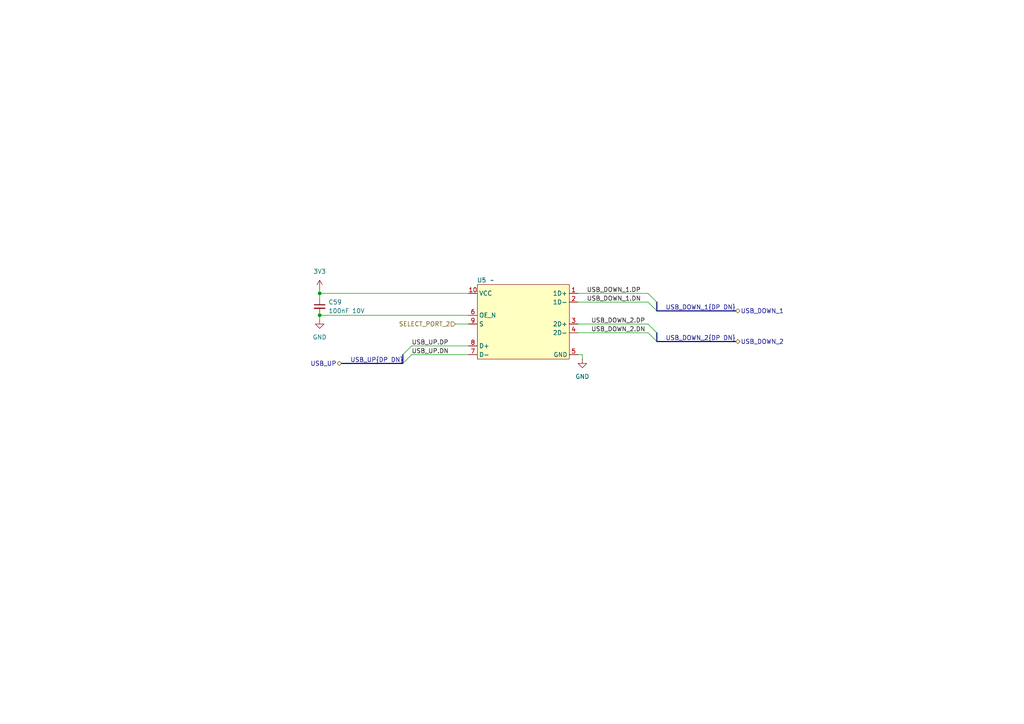
<source format=kicad_sch>
(kicad_sch (version 20250114) (generator "eeschema") (generator_version "9.0")
  (paper "A4")
  (lib_symbols
    (symbol "Device:C_Small" (pin_numbers (hide yes)) (pin_names (offset 0.254) (hide yes))
      (property "Reference" "C" (at 0.254 1.778 0))
      (property "Value" "C_Small" (at 0.254 -2.032 0))
      (symbol "C_Small_0_1"
        (polyline (pts (xy -1.524 0.508) (xy 1.524 0.508)) (stroke (width 0.3048)))
        (polyline (pts (xy -1.524 -0.508) (xy 1.524 -0.508)) (stroke (width 0.3302)))
      )
      (symbol "C_Small_1_1"
        (pin passive line (at 0 2.54 270) (length 2.032) (name "~") (number "1"))
        (pin passive line (at 0 -2.54 90) (length 2.032) (name "~") (number "2"))
      )
    )
    (symbol "power:GND" (power) (pin_numbers (hide yes)) (pin_names (offset 0) (hide yes))
      (property "Value" "GND" (at 0 -3.81 0))
      (symbol "GND_0_1"
        (polyline (pts (xy 0 0) (xy 0 -1.27) (xy 1.27 -1.27) (xy 0 -2.54) (xy -1.27 -1.27) (xy 0 -1.27)))
      )
      (symbol "GND_1_1"
        (pin power_in line (at 0 0 270) (length 0) (name "~") (number "1"))
      )
    )
    (symbol "power:VCC" (power) (pin_numbers (hide yes)) (pin_names (offset 0) (hide yes))
      (property "Value" "VCC" (at 0 3.556 0))
      (symbol "VCC_0_1"
        (polyline (pts (xy -0.762 1.27) (xy 0 2.54)))
        (polyline (pts (xy 0 2.54) (xy 0.762 1.27)))
        (polyline (pts (xy 0 0) (xy 0 2.54)))
      )
      (symbol "VCC_1_1"
        (pin power_in line (at 0 0 90) (length 0) (name "~") (number "1"))
      )
    )
    (symbol "symbol-library:TS3USB221ARSER"
      (property "Reference" "U" (at 0.508 0.762 0))
      (symbol "TS3USB221ARSER_0_1"
        (rectangle (start 0 0) (end 26.67 -21.59) (fill (type background)))
      )
      (symbol "TS3USB221ARSER_1_1"
        (pin power_in line (at -2.54 -2.54 0) (length 2.54) (name "VCC") (number "10"))
        (pin input line (at -2.54 -8.89 0) (length 2.54) (name "OE_N") (number "6"))
        (pin input line (at -2.54 -11.43 0) (length 2.54) (name "S") (number "9"))
        (pin bidirectional line (at -2.54 -17.78 0) (length 2.54) (name "D+") (number "8"))
        (pin bidirectional line (at -2.54 -20.32 0) (length 2.54) (name "D-") (number "7"))
        (pin bidirectional line (at 29.21 -2.54 180) (length 2.54) (name "1D+") (number "1"))
        (pin bidirectional line (at 29.21 -5.08 180) (length 2.54) (name "1D-") (number "2"))
        (pin bidirectional line (at 29.21 -11.43 180) (length 2.54) (name "2D+") (number "3"))
        (pin bidirectional line (at 29.21 -13.97 180) (length 2.54) (name "2D-") (number "4"))
        (pin power_in line (at 29.21 -20.32 180) (length 2.54) (name "GND") (number "5"))
      )
    )
  )
  (junction (at 92.71 85.09))
  (junction (at 92.71 91.44))
  (bus_entry (at 187.96 96.52) (size 2.54 2.54))
  (bus_entry (at 119.38 102.87) (size -2.54 2.54))
  (bus_entry (at 187.96 87.63) (size 2.54 2.54))
  (bus_entry (at 187.96 93.98) (size 2.54 2.54))
  (bus_entry (at 187.96 85.09) (size 2.54 2.54))
  (bus_entry (at 119.38 100.33) (size -2.54 2.54))
  (bus (pts (xy 190.5 99.06) (xy 213.36 99.06)))
  (bus (pts (xy 99.06 105.41) (xy 116.84 105.41)))
  (wire (pts (xy 92.71 85.09) (xy 135.89 85.09)))
  (wire (pts (xy 92.71 92.71) (xy 92.71 91.44)))
  (wire (pts (xy 167.64 96.52) (xy 187.96 96.52)))
  (wire (pts (xy 132.08 93.98) (xy 135.89 93.98)))
  (wire (pts (xy 167.64 93.98) (xy 187.96 93.98)))
  (wire (pts (xy 167.64 87.63) (xy 187.96 87.63)))
  (wire (pts (xy 119.38 102.87) (xy 135.89 102.87)))
  (wire (pts (xy 92.71 83.82) (xy 92.71 85.09)))
  (wire (pts (xy 168.91 102.87) (xy 168.91 104.14)))
  (bus (pts (xy 190.5 90.17) (xy 213.36 90.17)))
  (bus (pts (xy 190.5 96.52) (xy 190.5 99.06)))
  (wire (pts (xy 92.71 91.44) (xy 135.89 91.44)))
  (wire (pts (xy 119.38 100.33) (xy 135.89 100.33)))
  (bus (pts (xy 116.84 102.87) (xy 116.84 105.41)))
  (wire (pts (xy 167.64 102.87) (xy 168.91 102.87)))
  (bus (pts (xy 190.5 87.63) (xy 190.5 90.17)))
  (wire (pts (xy 92.71 86.36) (xy 92.71 85.09)))
  (wire (pts (xy 167.64 85.09) (xy 187.96 85.09)))
  (label "USB_DOWN_2.DN" (at 171.45 96.52 0))
  (label "USB_UP.DN" (at 119.38 102.87 0))
  (label "USB_DOWN_2.DP" (at 171.45 93.98 0))
  (label "USB_DOWN_1.DN" (at 170.18 87.63 0))
  (label "USB_DOWN_2{DP DN}" (at 193.04 99.06 0))
  (label "USB_DOWN_1{DP DN}" (at 193.04 90.17 0))
  (label "USB_DOWN_1.DP" (at 170.18 85.09 0))
  (label "USB_UP.DP" (at 119.38 100.33 0))
  (label "USB_UP{DP DN}" (at 101.6 105.41 0))
  (hierarchical_label "USB_DOWN_1" (shape bidirectional) (at 213.36 90.17 0))
  (hierarchical_label "SELECT_PORT_2" (shape input) (at 132.08 93.98 180))
  (hierarchical_label "USB_UP" (shape bidirectional) (at 99.06 105.41 180))
  (hierarchical_label "USB_DOWN_2" (shape bidirectional) (at 213.36 99.06 0))
  (symbol (lib_id "power:GND") (at 168.91 104.14 0) (unit 1)
    (property "Reference" "#PWR082" (effects (hide yes)))
    (property "Value" "GND" (at 168.91 109.22 0))
    (property "Description" "Power symbol creates a global label with name \"GND\" , ground" (effects (hide yes)))
  )
  (symbol (lib_id "power:VCC") (at 92.71 83.82 0) (unit 1)
    (property "Reference" "#PWR081" (effects (hide yes)))
    (property "Value" "3V3" (at 92.71 78.74 0))
    (property "Description" "Power symbol creates a global label with name \"VCC\"" (effects (hide yes)))
  )
  (symbol (lib_id "Device:C_Small") (at 92.71 88.9 0) (unit 1)
    (property "Reference" "C59" (at 95.25 87.6362 0) (effects (justify left)))
    (property "Value" "100nF 10V" (at 95.25 90.1762 0) (effects (justify left)))
    (property "Description" "Unpolarized capacitor, small symbol" (effects (hide yes)))
  )
  (symbol (lib_id "symbol-library:TS3USB221ARSER") (at 138.43 82.55 0) (unit 1)
    (property "Reference" "U5" (at 139.7 81.28 0))
    (property "Value" "~" (at 142.748 81.28 0))
  )
  (symbol (lib_id "power:GND") (at 92.71 92.71 0) (unit 1)
    (property "Reference" "#PWR083" (effects (hide yes)))
    (property "Value" "GND" (at 92.71 97.79 0))
    (property "Description" "Power symbol creates a global label with name \"GND\" , ground" (effects (hide yes)))
  )
)
</source>
